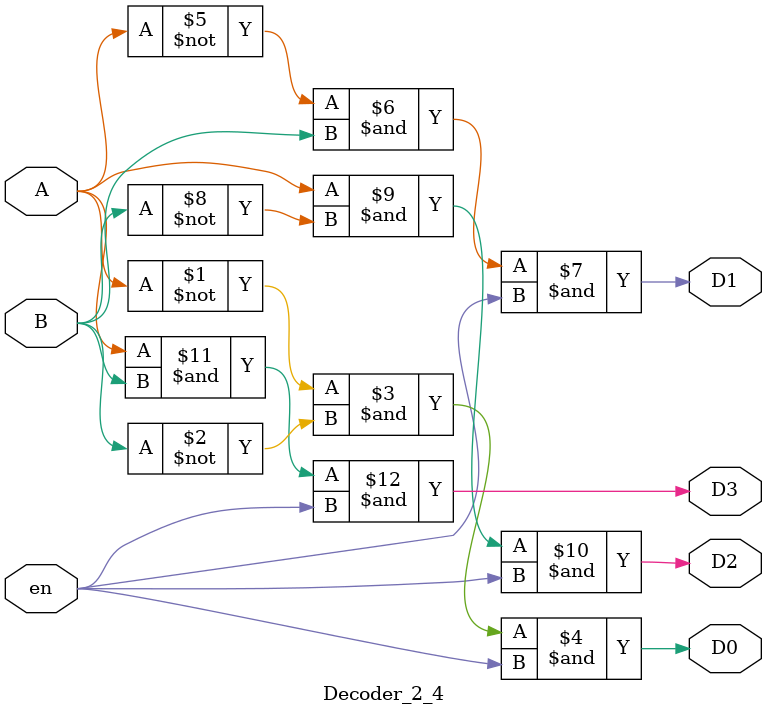
<source format=v>
`timescale 1ns / 1ps
module Decoder_2_4(D0,D1,D2,D3,A,B,en
    );

	input A, B, en;
	output D0, D1, D2, D3;
	
	assign D0 = (~A) & (~B) & en;
	assign D1 = (~A) & (B) & en;
	assign D2 = (A) & (~B) & en;
	assign D3 = (A) & (B) & en;

endmodule

</source>
